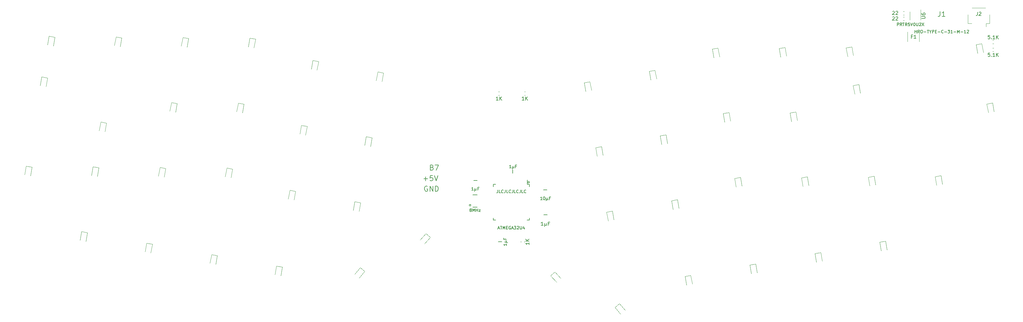
<source format=gbr>
G04 #@! TF.GenerationSoftware,KiCad,Pcbnew,(6.0.0-rc1-dev-1469-g932b9a334)*
G04 #@! TF.CreationDate,2019-09-07T17:34:56-07:00
G04 #@! TF.ProjectId,Laptreus-v2,4c617074-7265-4757-932d-76322e6b6963,rev?*
G04 #@! TF.SameCoordinates,Original*
G04 #@! TF.FileFunction,Legend,Top*
G04 #@! TF.FilePolarity,Positive*
%FSLAX46Y46*%
G04 Gerber Fmt 4.6, Leading zero omitted, Abs format (unit mm)*
G04 Created by KiCad (PCBNEW (6.0.0-rc1-dev-1469-g932b9a334)) date Saturday, September 07, 2019 at 05:34:56 PM*
%MOMM*%
%LPD*%
G04 APERTURE LIST*
%ADD10C,0.150000*%
%ADD11C,0.200000*%
%ADD12C,0.120000*%
%ADD13C,0.203200*%
G04 APERTURE END LIST*
D10*
X238247777Y-122495103D02*
G75*
G03X238247777Y-122495103I-223607J0D01*
G01*
X229073469Y-124729305D02*
X229073469Y-125336448D01*
X229032993Y-125457877D01*
X228952040Y-125538829D01*
X228830612Y-125579305D01*
X228749660Y-125579305D01*
X229882993Y-125579305D02*
X229478231Y-125579305D01*
X229478231Y-124729305D01*
X230652040Y-125498353D02*
X230611564Y-125538829D01*
X230490136Y-125579305D01*
X230409183Y-125579305D01*
X230287755Y-125538829D01*
X230206802Y-125457877D01*
X230166326Y-125376924D01*
X230125850Y-125215020D01*
X230125850Y-125093591D01*
X230166326Y-124931686D01*
X230206802Y-124850734D01*
X230287755Y-124769782D01*
X230409183Y-124729305D01*
X230490136Y-124729305D01*
X230611564Y-124769782D01*
X230652040Y-124810258D01*
X231259183Y-124729305D02*
X231259183Y-125336448D01*
X231218707Y-125457877D01*
X231137755Y-125538829D01*
X231016326Y-125579305D01*
X230935374Y-125579305D01*
X232068707Y-125579305D02*
X231663945Y-125579305D01*
X231663945Y-124729305D01*
X232837755Y-125498353D02*
X232797279Y-125538829D01*
X232675850Y-125579305D01*
X232594898Y-125579305D01*
X232473469Y-125538829D01*
X232392517Y-125457877D01*
X232352040Y-125376924D01*
X232311564Y-125215020D01*
X232311564Y-125093591D01*
X232352040Y-124931686D01*
X232392517Y-124850734D01*
X232473469Y-124769782D01*
X232594898Y-124729305D01*
X232675850Y-124729305D01*
X232797279Y-124769782D01*
X232837755Y-124810258D01*
X233444898Y-124729305D02*
X233444898Y-125336448D01*
X233404421Y-125457877D01*
X233323469Y-125538829D01*
X233202040Y-125579305D01*
X233121088Y-125579305D01*
X234254421Y-125579305D02*
X233849660Y-125579305D01*
X233849660Y-124729305D01*
X235023469Y-125498353D02*
X234982993Y-125538829D01*
X234861564Y-125579305D01*
X234780612Y-125579305D01*
X234659183Y-125538829D01*
X234578231Y-125457877D01*
X234537755Y-125376924D01*
X234497279Y-125215020D01*
X234497279Y-125093591D01*
X234537755Y-124931686D01*
X234578231Y-124850734D01*
X234659183Y-124769782D01*
X234780612Y-124729305D01*
X234861564Y-124729305D01*
X234982993Y-124769782D01*
X235023469Y-124810258D01*
X235630612Y-124729305D02*
X235630612Y-125336448D01*
X235590136Y-125457877D01*
X235509183Y-125538829D01*
X235387755Y-125579305D01*
X235306802Y-125579305D01*
X236440136Y-125579305D02*
X236035374Y-125579305D01*
X236035374Y-124729305D01*
X237209183Y-125498353D02*
X237168707Y-125538829D01*
X237047279Y-125579305D01*
X236966326Y-125579305D01*
X236844898Y-125538829D01*
X236763945Y-125457877D01*
X236723469Y-125376924D01*
X236682993Y-125215020D01*
X236682993Y-125093591D01*
X236723469Y-124931686D01*
X236763945Y-124850734D01*
X236844898Y-124769782D01*
X236966326Y-124729305D01*
X237047279Y-124729305D01*
X237168707Y-124769782D01*
X237209183Y-124810258D01*
D11*
X207696088Y-121501923D02*
X208838945Y-121501923D01*
X208267517Y-122073352D02*
X208267517Y-120930495D01*
X210267517Y-120573352D02*
X209553231Y-120573352D01*
X209481802Y-121287638D01*
X209553231Y-121216209D01*
X209696088Y-121144781D01*
X210053231Y-121144781D01*
X210196088Y-121216209D01*
X210267517Y-121287638D01*
X210338945Y-121430495D01*
X210338945Y-121787638D01*
X210267517Y-121930495D01*
X210196088Y-122001923D01*
X210053231Y-122073352D01*
X209696088Y-122073352D01*
X209553231Y-122001923D01*
X209481802Y-121930495D01*
X210767517Y-120573352D02*
X211267517Y-122073352D01*
X211767517Y-120573352D01*
X210067502Y-118212909D02*
X210281787Y-118284337D01*
X210353216Y-118355766D01*
X210424645Y-118498623D01*
X210424645Y-118712909D01*
X210353216Y-118855766D01*
X210281787Y-118927194D01*
X210138930Y-118998623D01*
X209567502Y-118998623D01*
X209567502Y-117498623D01*
X210067502Y-117498623D01*
X210210359Y-117570052D01*
X210281787Y-117641480D01*
X210353216Y-117784337D01*
X210353216Y-117927194D01*
X210281787Y-118070052D01*
X210210359Y-118141480D01*
X210067502Y-118212909D01*
X209567502Y-118212909D01*
X210924645Y-117498623D02*
X211924645Y-117498623D01*
X211281787Y-118998623D01*
X208756787Y-123670053D02*
X208613930Y-123598624D01*
X208399645Y-123598624D01*
X208185359Y-123670053D01*
X208042502Y-123812910D01*
X207971073Y-123955767D01*
X207899645Y-124241481D01*
X207899645Y-124455767D01*
X207971073Y-124741481D01*
X208042502Y-124884338D01*
X208185359Y-125027195D01*
X208399645Y-125098624D01*
X208542502Y-125098624D01*
X208756787Y-125027195D01*
X208828216Y-124955767D01*
X208828216Y-124455767D01*
X208542502Y-124455767D01*
X209471073Y-125098624D02*
X209471073Y-123598624D01*
X210328216Y-125098624D01*
X210328216Y-123598624D01*
X211042502Y-125098624D02*
X211042502Y-123598624D01*
X211399645Y-123598624D01*
X211613930Y-123670053D01*
X211756787Y-123812910D01*
X211828216Y-123955767D01*
X211899645Y-124241481D01*
X211899645Y-124455767D01*
X211828216Y-124741481D01*
X211756787Y-124884338D01*
X211613930Y-125027195D01*
X211399645Y-125098624D01*
X211042502Y-125098624D01*
D10*
X221305149Y-129144782D02*
G75*
G03X221305149Y-129144782I-230489J0D01*
G01*
D12*
G04 #@! TO.C,R13*
X229261391Y-97405103D02*
X229586949Y-97405103D01*
X229261391Y-96385103D02*
X229586949Y-96385103D01*
G04 #@! TO.C,R12*
X372336949Y-83710103D02*
X372011391Y-83710103D01*
X372336949Y-84730103D02*
X372011391Y-84730103D01*
G04 #@! TO.C,R11*
X372011391Y-82480103D02*
X372336949Y-82480103D01*
X372011391Y-81460103D02*
X372336949Y-81460103D01*
G04 #@! TO.C,R10*
X236759170Y-139882882D02*
X236759170Y-139557324D01*
X235739170Y-139882882D02*
X235739170Y-139557324D01*
G04 #@! TO.C,R9*
X346461949Y-74735103D02*
X346136391Y-74735103D01*
X346461949Y-75755103D02*
X346136391Y-75755103D01*
G04 #@! TO.C,R8*
X346136391Y-74155103D02*
X346461949Y-74155103D01*
X346136391Y-73135103D02*
X346461949Y-73135103D01*
G04 #@! TO.C,R1*
X236736881Y-97404781D02*
X237062439Y-97404781D01*
X236736881Y-96384781D02*
X237062439Y-96384781D01*
G04 #@! TO.C,D1*
X368884178Y-82457334D02*
X369326981Y-84968594D01*
X367210005Y-82752536D02*
X367652808Y-85263796D01*
X368884178Y-82457334D02*
X367210005Y-82752536D01*
G04 #@! TO.C,D48*
X110547220Y-137065170D02*
X110104417Y-139576430D01*
X108873047Y-136769968D02*
X108430244Y-139281228D01*
X110547220Y-137065170D02*
X108873047Y-136769968D01*
G04 #@! TO.C,D47*
X129297219Y-140390170D02*
X128854416Y-142901430D01*
X127623046Y-140094968D02*
X127180243Y-142606228D01*
X129297219Y-140390170D02*
X127623046Y-140094968D01*
G04 #@! TO.C,D46*
X148072220Y-143690170D02*
X147629417Y-146201430D01*
X146398047Y-143394968D02*
X145955244Y-145906228D01*
X148072220Y-143690170D02*
X146398047Y-143394968D01*
G04 #@! TO.C,D45*
X166822219Y-146990170D02*
X166379416Y-149501430D01*
X165148046Y-146694968D02*
X164705243Y-149206228D01*
X166822219Y-146990170D02*
X165148046Y-146694968D01*
G04 #@! TO.C,D44*
X190664489Y-148217406D02*
X189025381Y-150170819D01*
X189362214Y-147124667D02*
X187723105Y-149078080D01*
X190664489Y-148217406D02*
X189362214Y-147124667D01*
G04 #@! TO.C,D43*
X209589730Y-138438117D02*
X207866975Y-140318174D01*
X208336359Y-137289613D02*
X206613604Y-139169671D01*
X209589730Y-138438117D02*
X208336359Y-137289613D01*
G04 #@! TO.C,D42*
X245587470Y-148389935D02*
X247310225Y-150269993D01*
X244334099Y-149538439D02*
X246056854Y-151418496D01*
X245587470Y-148389935D02*
X244334099Y-149538439D01*
G04 #@! TO.C,D41*
X264236126Y-157574667D02*
X265875235Y-159528080D01*
X262933851Y-158667406D02*
X264572959Y-160620819D01*
X264236126Y-157574667D02*
X262933851Y-158667406D01*
G04 #@! TO.C,D40*
X284801275Y-149419968D02*
X285244078Y-151931228D01*
X283127102Y-149715170D02*
X283569905Y-152226430D01*
X284801275Y-149419968D02*
X283127102Y-149715170D01*
G04 #@! TO.C,D39*
X303551274Y-146119968D02*
X303994077Y-148631228D01*
X301877101Y-146415170D02*
X302319904Y-148926430D01*
X303551274Y-146119968D02*
X301877101Y-146415170D01*
G04 #@! TO.C,D38*
X322333167Y-142816238D02*
X322775970Y-145327498D01*
X320658994Y-143111440D02*
X321101797Y-145622700D01*
X322333167Y-142816238D02*
X320658994Y-143111440D01*
G04 #@! TO.C,D37*
X341076274Y-139519968D02*
X341519077Y-142031228D01*
X339402101Y-139815170D02*
X339844904Y-142326430D01*
X341076274Y-139519968D02*
X339402101Y-139815170D01*
G04 #@! TO.C,D36*
X94515666Y-118134608D02*
X94072863Y-120645868D01*
X92841493Y-117839406D02*
X92398690Y-120350666D01*
X94515666Y-118134608D02*
X92841493Y-117839406D01*
G04 #@! TO.C,D35*
X113847218Y-118315170D02*
X113404415Y-120826430D01*
X112173045Y-118019968D02*
X111730242Y-120531228D01*
X113847218Y-118315170D02*
X112173045Y-118019968D01*
G04 #@! TO.C,D34*
X133172219Y-118490170D02*
X132729416Y-121001430D01*
X131498046Y-118194968D02*
X131055243Y-120706228D01*
X133172219Y-118490170D02*
X131498046Y-118194968D01*
G04 #@! TO.C,D33*
X152472219Y-118665170D02*
X152029416Y-121176430D01*
X150798046Y-118369968D02*
X150355243Y-120881228D01*
X152472219Y-118665170D02*
X150798046Y-118369968D01*
G04 #@! TO.C,D32*
X170672218Y-125115171D02*
X170229415Y-127626431D01*
X168998045Y-124819969D02*
X168555242Y-127331229D01*
X170672218Y-125115171D02*
X168998045Y-124819969D01*
G04 #@! TO.C,D31*
X189447220Y-128415170D02*
X189004417Y-130926430D01*
X187773047Y-128119968D02*
X187330244Y-130631228D01*
X189447220Y-128415170D02*
X187773047Y-128119968D01*
G04 #@! TO.C,D30*
X262176274Y-130844969D02*
X262619077Y-133356229D01*
X260502101Y-131140171D02*
X260944904Y-133651431D01*
X262176274Y-130844969D02*
X260502101Y-131140171D01*
G04 #@! TO.C,D29*
X280926274Y-127544969D02*
X281369077Y-130056229D01*
X279252101Y-127840171D02*
X279694904Y-130351431D01*
X280926274Y-127544969D02*
X279252101Y-127840171D01*
G04 #@! TO.C,D28*
X299151274Y-121094968D02*
X299594077Y-123606228D01*
X297477101Y-121390170D02*
X297919904Y-123901430D01*
X299151274Y-121094968D02*
X297477101Y-121390170D01*
G04 #@! TO.C,D27*
X318451274Y-120919968D02*
X318894077Y-123431228D01*
X316777101Y-121215170D02*
X317219904Y-123726430D01*
X318451274Y-120919968D02*
X316777101Y-121215170D01*
G04 #@! TO.C,D26*
X337776274Y-120744969D02*
X338219077Y-123256229D01*
X336102101Y-121040171D02*
X336544904Y-123551431D01*
X337776274Y-120744969D02*
X336102101Y-121040171D01*
G04 #@! TO.C,D25*
X357076274Y-120569968D02*
X357519077Y-123081228D01*
X355402101Y-120865170D02*
X355844904Y-123376430D01*
X357076274Y-120569968D02*
X355402101Y-120865170D01*
G04 #@! TO.C,D24*
X99027252Y-92339568D02*
X98584449Y-94850828D01*
X97353079Y-92044366D02*
X96910276Y-94555626D01*
X99027252Y-92339568D02*
X97353079Y-92044366D01*
G04 #@! TO.C,D23*
X116073064Y-105372541D02*
X115630261Y-107883801D01*
X114398891Y-105077339D02*
X113956088Y-107588599D01*
X116073064Y-105372541D02*
X114398891Y-105077339D01*
G04 #@! TO.C,D22*
X136472219Y-99740170D02*
X136029416Y-102251430D01*
X134798046Y-99444968D02*
X134355243Y-101956228D01*
X136472219Y-99740170D02*
X134798046Y-99444968D01*
G04 #@! TO.C,D21*
X155772219Y-99915171D02*
X155329416Y-102426431D01*
X154098046Y-99619969D02*
X153655243Y-102131229D01*
X155772219Y-99915171D02*
X154098046Y-99619969D01*
G04 #@! TO.C,D20*
X173997219Y-106340170D02*
X173554416Y-108851430D01*
X172323046Y-106044968D02*
X171880243Y-108556228D01*
X173997219Y-106340170D02*
X172323046Y-106044968D01*
G04 #@! TO.C,D19*
X192747220Y-109640170D02*
X192304417Y-112151430D01*
X191073047Y-109344968D02*
X190630244Y-111856228D01*
X192747220Y-109640170D02*
X191073047Y-109344968D01*
G04 #@! TO.C,D18*
X259000784Y-112195290D02*
X259443587Y-114706550D01*
X257326611Y-112490492D02*
X257769414Y-115001752D01*
X259000784Y-112195290D02*
X257326611Y-112490492D01*
G04 #@! TO.C,D17*
X277626274Y-108794969D02*
X278069077Y-111306229D01*
X275952101Y-109090171D02*
X276394904Y-111601431D01*
X277626274Y-108794969D02*
X275952101Y-109090171D01*
G04 #@! TO.C,D16*
X295851274Y-102344969D02*
X296294077Y-104856229D01*
X294177101Y-102640171D02*
X294619904Y-105151431D01*
X295851274Y-102344969D02*
X294177101Y-102640171D01*
G04 #@! TO.C,D15*
X315151275Y-102166237D02*
X315594078Y-104677497D01*
X313477102Y-102461439D02*
X313919905Y-104972699D01*
X315151275Y-102166237D02*
X313477102Y-102461439D01*
G04 #@! TO.C,D14*
X333392673Y-94249519D02*
X333835476Y-96760779D01*
X331718500Y-94544721D02*
X332161303Y-97055981D01*
X333392673Y-94249519D02*
X331718500Y-94544721D01*
G04 #@! TO.C,D13*
X371994381Y-99573699D02*
X372437184Y-102084959D01*
X370320208Y-99868901D02*
X370763011Y-102380161D01*
X371994381Y-99573699D02*
X370320208Y-99868901D01*
G04 #@! TO.C,D12*
X101146729Y-80590492D02*
X100703926Y-83101752D01*
X99472556Y-80295290D02*
X99029753Y-82806550D01*
X101146729Y-80590492D02*
X99472556Y-80295290D01*
G04 #@! TO.C,D11*
X120472219Y-80790171D02*
X120029416Y-83301431D01*
X118798046Y-80494969D02*
X118355243Y-83006229D01*
X120472219Y-80790171D02*
X118798046Y-80494969D01*
G04 #@! TO.C,D10*
X139772219Y-80965170D02*
X139329416Y-83476430D01*
X138098046Y-80669968D02*
X137655243Y-83181228D01*
X139772219Y-80965170D02*
X138098046Y-80669968D01*
G04 #@! TO.C,D9*
X159097220Y-81140170D02*
X158654417Y-83651430D01*
X157423047Y-80844968D02*
X156980244Y-83356228D01*
X159097220Y-81140170D02*
X157423047Y-80844968D01*
G04 #@! TO.C,D8*
X177297220Y-87590170D02*
X176854417Y-90101430D01*
X175623047Y-87294968D02*
X175180244Y-89806228D01*
X177297220Y-87590170D02*
X175623047Y-87294968D01*
G04 #@! TO.C,D7*
X196072219Y-90890170D02*
X195629416Y-93401430D01*
X194398046Y-90594968D02*
X193955243Y-93106228D01*
X196072219Y-90890170D02*
X194398046Y-90594968D01*
G04 #@! TO.C,D6*
X255675784Y-93445290D02*
X256118587Y-95956550D01*
X254001611Y-93740492D02*
X254444414Y-96251752D01*
X255675784Y-93445290D02*
X254001611Y-93740492D01*
G04 #@! TO.C,D5*
X274475784Y-90145290D02*
X274918587Y-92656550D01*
X272801611Y-90440492D02*
X273244414Y-92951752D01*
X274475784Y-90145290D02*
X272801611Y-90440492D01*
G04 #@! TO.C,D4*
X292675784Y-83720290D02*
X293118587Y-86231550D01*
X291001611Y-84015492D02*
X291444414Y-86526752D01*
X292675784Y-83720290D02*
X291001611Y-84015492D01*
G04 #@! TO.C,D3*
X312000784Y-83545290D02*
X312443587Y-86056550D01*
X310326611Y-83840492D02*
X310769414Y-86351752D01*
X312000784Y-83545290D02*
X310326611Y-83840492D01*
G04 #@! TO.C,D2*
X331350784Y-83370290D02*
X331793587Y-85881550D01*
X329676611Y-83665492D02*
X330119414Y-86176752D01*
X331350784Y-83370290D02*
X329676611Y-83665492D01*
G04 #@! TO.C,U6*
X348149170Y-73195103D02*
X348149170Y-75595103D01*
X351249170Y-75595103D02*
X351249170Y-72645103D01*
G04 #@! TO.C,J2*
X369964170Y-72110103D02*
X366084170Y-72110103D01*
X364914170Y-76580103D02*
X365964170Y-76580103D01*
X364914170Y-74080103D02*
X364914170Y-76580103D01*
X370084170Y-76580103D02*
X370084170Y-77570103D01*
X371134170Y-76580103D02*
X370084170Y-76580103D01*
X371134170Y-74080103D02*
X371134170Y-76580103D01*
G04 #@! TO.C,F1*
X347414170Y-79083851D02*
X347414170Y-81856355D01*
X350834170Y-79083851D02*
X350834170Y-81856355D01*
D10*
G04 #@! TO.C,IC1*
X237599646Y-123123532D02*
X237599646Y-121848532D01*
X238174646Y-133473532D02*
X238174646Y-132798532D01*
X227824646Y-133473532D02*
X227824646Y-132798532D01*
X227824646Y-123123532D02*
X227824646Y-123798532D01*
X238174646Y-123123532D02*
X238174646Y-123798532D01*
X227824646Y-123123532D02*
X228499646Y-123123532D01*
X227824646Y-133473532D02*
X228499646Y-133473532D01*
X238174646Y-133473532D02*
X237499646Y-133473532D01*
X238174646Y-123123532D02*
X237599646Y-123123532D01*
D13*
G04 #@! TO.C,C5*
X223107661Y-121994781D02*
X222091661Y-121994781D01*
G04 #@! TO.C,C2*
X230282660Y-139719781D02*
X229266660Y-139719781D01*
D10*
G04 #@! TO.C,C3*
X243332660Y-124719781D02*
X242316660Y-124719781D01*
G04 #@! TO.C,C4*
X242341660Y-131894781D02*
X243357660Y-131894781D01*
G04 #@! TO.C,C7*
X233399645Y-118887052D02*
X233399645Y-119903052D01*
G04 #@! TO.C,Y1*
X223149645Y-129720052D02*
X221849645Y-129720052D01*
X221849645Y-126120052D02*
X223149645Y-126120052D01*
G04 #@! TO.C,R13*
X229209884Y-98777483D02*
X228638455Y-98777483D01*
X228924170Y-98777483D02*
X228924170Y-97777483D01*
X228828931Y-97920341D01*
X228733693Y-98015579D01*
X228638455Y-98063198D01*
X229638455Y-98777483D02*
X229638455Y-97777483D01*
X230209884Y-98777483D02*
X229781312Y-98206055D01*
X230209884Y-97777483D02*
X229638455Y-98348912D01*
G04 #@! TO.C,R12*
X371197979Y-85172483D02*
X370721789Y-85172483D01*
X370674170Y-85648674D01*
X370721789Y-85601055D01*
X370817027Y-85553436D01*
X371055122Y-85553436D01*
X371150360Y-85601055D01*
X371197979Y-85648674D01*
X371245598Y-85743912D01*
X371245598Y-85982007D01*
X371197979Y-86077245D01*
X371150360Y-86124864D01*
X371055122Y-86172483D01*
X370817027Y-86172483D01*
X370721789Y-86124864D01*
X370674170Y-86077245D01*
X371674170Y-86077245D02*
X371721789Y-86124864D01*
X371674170Y-86172483D01*
X371626550Y-86124864D01*
X371674170Y-86077245D01*
X371674170Y-86172483D01*
X372674170Y-86172483D02*
X372102741Y-86172483D01*
X372388455Y-86172483D02*
X372388455Y-85172483D01*
X372293217Y-85315341D01*
X372197979Y-85410579D01*
X372102741Y-85458198D01*
X373102741Y-86172483D02*
X373102741Y-85172483D01*
X373674170Y-86172483D02*
X373245598Y-85601055D01*
X373674170Y-85172483D02*
X373102741Y-85743912D01*
G04 #@! TO.C,R11*
X371197979Y-80072483D02*
X370721789Y-80072483D01*
X370674170Y-80548674D01*
X370721789Y-80501055D01*
X370817027Y-80453436D01*
X371055122Y-80453436D01*
X371150360Y-80501055D01*
X371197979Y-80548674D01*
X371245598Y-80643912D01*
X371245598Y-80882007D01*
X371197979Y-80977245D01*
X371150360Y-81024864D01*
X371055122Y-81072483D01*
X370817027Y-81072483D01*
X370721789Y-81024864D01*
X370674170Y-80977245D01*
X371674170Y-80977245D02*
X371721789Y-81024864D01*
X371674170Y-81072483D01*
X371626550Y-81024864D01*
X371674170Y-80977245D01*
X371674170Y-81072483D01*
X372674170Y-81072483D02*
X372102741Y-81072483D01*
X372388455Y-81072483D02*
X372388455Y-80072483D01*
X372293217Y-80215341D01*
X372197979Y-80310579D01*
X372102741Y-80358198D01*
X373102741Y-81072483D02*
X373102741Y-80072483D01*
X373674170Y-81072483D02*
X373245598Y-80501055D01*
X373674170Y-80072483D02*
X373102741Y-80643912D01*
G04 #@! TO.C,R10*
X238131550Y-139934388D02*
X238131550Y-140505817D01*
X238131550Y-140220103D02*
X237131550Y-140220103D01*
X237274408Y-140315341D01*
X237369646Y-140410579D01*
X237417265Y-140505817D01*
X238131550Y-139505817D02*
X237131550Y-139505817D01*
X238131550Y-138934388D02*
X237560122Y-139362960D01*
X237131550Y-138934388D02*
X237702979Y-139505817D01*
G04 #@! TO.C,R9*
X343112265Y-74792722D02*
X343159884Y-74745103D01*
X343255122Y-74697483D01*
X343493217Y-74697483D01*
X343588455Y-74745103D01*
X343636074Y-74792722D01*
X343683693Y-74887960D01*
X343683693Y-74983198D01*
X343636074Y-75126055D01*
X343064646Y-75697483D01*
X343683693Y-75697483D01*
X344064646Y-74792722D02*
X344112265Y-74745103D01*
X344207503Y-74697483D01*
X344445598Y-74697483D01*
X344540836Y-74745103D01*
X344588455Y-74792722D01*
X344636074Y-74887960D01*
X344636074Y-74983198D01*
X344588455Y-75126055D01*
X344017027Y-75697483D01*
X344636074Y-75697483D01*
G04 #@! TO.C,R8*
X343112265Y-73192722D02*
X343159884Y-73145103D01*
X343255122Y-73097483D01*
X343493217Y-73097483D01*
X343588455Y-73145103D01*
X343636074Y-73192722D01*
X343683693Y-73287960D01*
X343683693Y-73383198D01*
X343636074Y-73526055D01*
X343064646Y-74097483D01*
X343683693Y-74097483D01*
X344064646Y-73192722D02*
X344112265Y-73145103D01*
X344207503Y-73097483D01*
X344445598Y-73097483D01*
X344540836Y-73145103D01*
X344588455Y-73192722D01*
X344636074Y-73287960D01*
X344636074Y-73383198D01*
X344588455Y-73526055D01*
X344017027Y-74097483D01*
X344636074Y-74097483D01*
G04 #@! TO.C,R1*
X236685374Y-98777161D02*
X236113945Y-98777161D01*
X236399660Y-98777161D02*
X236399660Y-97777161D01*
X236304421Y-97920019D01*
X236209183Y-98015257D01*
X236113945Y-98062876D01*
X237113945Y-98777161D02*
X237113945Y-97777161D01*
X237685374Y-98777161D02*
X237256802Y-98205733D01*
X237685374Y-97777161D02*
X237113945Y-98348590D01*
G04 #@! TO.C,U6*
X351531550Y-75177007D02*
X352341074Y-75177007D01*
X352436312Y-75129388D01*
X352483931Y-75081769D01*
X352531550Y-74986531D01*
X352531550Y-74796055D01*
X352483931Y-74700817D01*
X352436312Y-74653198D01*
X352341074Y-74605579D01*
X351531550Y-74605579D01*
X351531550Y-73700817D02*
X351531550Y-73891293D01*
X351579170Y-73986531D01*
X351626789Y-74034150D01*
X351769646Y-74129388D01*
X351960122Y-74177007D01*
X352341074Y-74177007D01*
X352436312Y-74129388D01*
X352483931Y-74081769D01*
X352531550Y-73986531D01*
X352531550Y-73796055D01*
X352483931Y-73700817D01*
X352436312Y-73653198D01*
X352341074Y-73605579D01*
X352102979Y-73605579D01*
X352007741Y-73653198D01*
X351960122Y-73700817D01*
X351912503Y-73796055D01*
X351912503Y-73986531D01*
X351960122Y-74081769D01*
X352007741Y-74129388D01*
X352102979Y-74177007D01*
X344449170Y-77304626D02*
X344449170Y-76454626D01*
X344772979Y-76454626D01*
X344853931Y-76495103D01*
X344894408Y-76535579D01*
X344934884Y-76616531D01*
X344934884Y-76737960D01*
X344894408Y-76818912D01*
X344853931Y-76859388D01*
X344772979Y-76899864D01*
X344449170Y-76899864D01*
X345784884Y-77304626D02*
X345501550Y-76899864D01*
X345299170Y-77304626D02*
X345299170Y-76454626D01*
X345622979Y-76454626D01*
X345703931Y-76495103D01*
X345744408Y-76535579D01*
X345784884Y-76616531D01*
X345784884Y-76737960D01*
X345744408Y-76818912D01*
X345703931Y-76859388D01*
X345622979Y-76899864D01*
X345299170Y-76899864D01*
X346027741Y-76454626D02*
X346513455Y-76454626D01*
X346270598Y-77304626D02*
X346270598Y-76454626D01*
X347282503Y-77304626D02*
X346999170Y-76899864D01*
X346796789Y-77304626D02*
X346796789Y-76454626D01*
X347120598Y-76454626D01*
X347201550Y-76495103D01*
X347242027Y-76535579D01*
X347282503Y-76616531D01*
X347282503Y-76737960D01*
X347242027Y-76818912D01*
X347201550Y-76859388D01*
X347120598Y-76899864D01*
X346796789Y-76899864D01*
X348051550Y-76454626D02*
X347646789Y-76454626D01*
X347606312Y-76859388D01*
X347646789Y-76818912D01*
X347727741Y-76778436D01*
X347930122Y-76778436D01*
X348011074Y-76818912D01*
X348051550Y-76859388D01*
X348092027Y-76940341D01*
X348092027Y-77142722D01*
X348051550Y-77223674D01*
X348011074Y-77264150D01*
X347930122Y-77304626D01*
X347727741Y-77304626D01*
X347646789Y-77264150D01*
X347606312Y-77223674D01*
X348334884Y-76454626D02*
X348618217Y-77304626D01*
X348901550Y-76454626D01*
X349346789Y-76454626D02*
X349427741Y-76454626D01*
X349508693Y-76495103D01*
X349549170Y-76535579D01*
X349589646Y-76616531D01*
X349630122Y-76778436D01*
X349630122Y-76980817D01*
X349589646Y-77142722D01*
X349549170Y-77223674D01*
X349508693Y-77264150D01*
X349427741Y-77304626D01*
X349346789Y-77304626D01*
X349265836Y-77264150D01*
X349225360Y-77223674D01*
X349184884Y-77142722D01*
X349144408Y-76980817D01*
X349144408Y-76778436D01*
X349184884Y-76616531D01*
X349225360Y-76535579D01*
X349265836Y-76495103D01*
X349346789Y-76454626D01*
X349994408Y-76454626D02*
X349994408Y-77142722D01*
X350034884Y-77223674D01*
X350075360Y-77264150D01*
X350156312Y-77304626D01*
X350318217Y-77304626D01*
X350399170Y-77264150D01*
X350439646Y-77223674D01*
X350480122Y-77142722D01*
X350480122Y-76454626D01*
X350844408Y-76535579D02*
X350884884Y-76495103D01*
X350965836Y-76454626D01*
X351168217Y-76454626D01*
X351249170Y-76495103D01*
X351289646Y-76535579D01*
X351330122Y-76616531D01*
X351330122Y-76697483D01*
X351289646Y-76818912D01*
X350803931Y-77304626D01*
X351330122Y-77304626D01*
X351613455Y-76454626D02*
X352180122Y-77304626D01*
X352180122Y-76454626D02*
X351613455Y-77304626D01*
G04 #@! TO.C,J2*
X367665836Y-73347483D02*
X367665836Y-74061769D01*
X367618217Y-74204626D01*
X367522979Y-74299864D01*
X367380122Y-74347483D01*
X367284884Y-74347483D01*
X368094408Y-73442722D02*
X368142027Y-73395103D01*
X368237265Y-73347483D01*
X368475360Y-73347483D01*
X368570598Y-73395103D01*
X368618217Y-73442722D01*
X368665836Y-73537960D01*
X368665836Y-73633198D01*
X368618217Y-73776055D01*
X368046789Y-74347483D01*
X368665836Y-74347483D01*
G04 #@! TO.C,F1*
X348840836Y-80423674D02*
X348507503Y-80423674D01*
X348507503Y-80947483D02*
X348507503Y-79947483D01*
X348983693Y-79947483D01*
X349888455Y-80947483D02*
X349317027Y-80947483D01*
X349602741Y-80947483D02*
X349602741Y-79947483D01*
X349507503Y-80090341D01*
X349412265Y-80185579D01*
X349317027Y-80233198D01*
G04 #@! TO.C,IC1*
X229154406Y-135836719D02*
X229559168Y-135836719D01*
X229073454Y-136079576D02*
X229356787Y-135229576D01*
X229640121Y-136079576D01*
X229802025Y-135229576D02*
X230287740Y-135229576D01*
X230044883Y-136079576D02*
X230044883Y-135229576D01*
X230571073Y-136079576D02*
X230571073Y-135229576D01*
X230854406Y-135836719D01*
X231137740Y-135229576D01*
X231137740Y-136079576D01*
X231542502Y-135634338D02*
X231825835Y-135634338D01*
X231947264Y-136079576D02*
X231542502Y-136079576D01*
X231542502Y-135229576D01*
X231947264Y-135229576D01*
X232756787Y-135270053D02*
X232675835Y-135229576D01*
X232554406Y-135229576D01*
X232432978Y-135270053D01*
X232352025Y-135351005D01*
X232311549Y-135431957D01*
X232271073Y-135593862D01*
X232271073Y-135715291D01*
X232311549Y-135877195D01*
X232352025Y-135958148D01*
X232432978Y-136039100D01*
X232554406Y-136079576D01*
X232635359Y-136079576D01*
X232756787Y-136039100D01*
X232797264Y-135998624D01*
X232797264Y-135715291D01*
X232635359Y-135715291D01*
X233121073Y-135836719D02*
X233525835Y-135836719D01*
X233040121Y-136079576D02*
X233323454Y-135229576D01*
X233606787Y-136079576D01*
X233809168Y-135229576D02*
X234335359Y-135229576D01*
X234052025Y-135553386D01*
X234173454Y-135553386D01*
X234254406Y-135593862D01*
X234294883Y-135634338D01*
X234335359Y-135715291D01*
X234335359Y-135917672D01*
X234294883Y-135998624D01*
X234254406Y-136039100D01*
X234173454Y-136079576D01*
X233930597Y-136079576D01*
X233849645Y-136039100D01*
X233809168Y-135998624D01*
X234659168Y-135310529D02*
X234699645Y-135270053D01*
X234780597Y-135229576D01*
X234982978Y-135229576D01*
X235063930Y-135270053D01*
X235104406Y-135310529D01*
X235144883Y-135391481D01*
X235144883Y-135472433D01*
X235104406Y-135593862D01*
X234618692Y-136079576D01*
X235144883Y-136079576D01*
X235509168Y-135229576D02*
X235509168Y-135917672D01*
X235549645Y-135998624D01*
X235590121Y-136039100D01*
X235671073Y-136079576D01*
X235832978Y-136079576D01*
X235913930Y-136039100D01*
X235954406Y-135998624D01*
X235994883Y-135917672D01*
X235994883Y-135229576D01*
X236763930Y-135512910D02*
X236763930Y-136079576D01*
X236561549Y-135189100D02*
X236359168Y-135796243D01*
X236885359Y-135796243D01*
G04 #@! TO.C,C5*
X222032503Y-124829626D02*
X221546789Y-124829626D01*
X221789646Y-124829626D02*
X221789646Y-123979626D01*
X221708693Y-124101055D01*
X221627741Y-124182007D01*
X221546789Y-124222483D01*
X222396789Y-124262960D02*
X222396789Y-125112960D01*
X222801550Y-124708198D02*
X222842027Y-124789150D01*
X222922979Y-124829626D01*
X222396789Y-124708198D02*
X222437265Y-124789150D01*
X222518217Y-124829626D01*
X222680122Y-124829626D01*
X222761074Y-124789150D01*
X222801550Y-124708198D01*
X222801550Y-124262960D01*
X223570598Y-124384388D02*
X223287265Y-124384388D01*
X223287265Y-124829626D02*
X223287265Y-123979626D01*
X223692027Y-123979626D01*
G04 #@! TO.C,J1*
D11*
X356799660Y-73123352D02*
X356799660Y-74194781D01*
X356728231Y-74409066D01*
X356585374Y-74551923D01*
X356371088Y-74623352D01*
X356228231Y-74623352D01*
X358299660Y-74623352D02*
X357442517Y-74623352D01*
X357871088Y-74623352D02*
X357871088Y-73123352D01*
X357728231Y-73337638D01*
X357585374Y-73480495D01*
X357442517Y-73551923D01*
D10*
X349528231Y-79379304D02*
X349528231Y-78529304D01*
X349528231Y-78934066D02*
X350013945Y-78934066D01*
X350013945Y-79379304D02*
X350013945Y-78529304D01*
X350904421Y-79379304D02*
X350621088Y-78974542D01*
X350418707Y-79379304D02*
X350418707Y-78529304D01*
X350742517Y-78529304D01*
X350823469Y-78569781D01*
X350863945Y-78610257D01*
X350904421Y-78691209D01*
X350904421Y-78812638D01*
X350863945Y-78893590D01*
X350823469Y-78934066D01*
X350742517Y-78974542D01*
X350418707Y-78974542D01*
X351430612Y-78529304D02*
X351592517Y-78529304D01*
X351673469Y-78569781D01*
X351754421Y-78650733D01*
X351794898Y-78812638D01*
X351794898Y-79095971D01*
X351754421Y-79257876D01*
X351673469Y-79338828D01*
X351592517Y-79379304D01*
X351430612Y-79379304D01*
X351349660Y-79338828D01*
X351268707Y-79257876D01*
X351228231Y-79095971D01*
X351228231Y-78812638D01*
X351268707Y-78650733D01*
X351349660Y-78569781D01*
X351430612Y-78529304D01*
X352159183Y-79055495D02*
X352806802Y-79055495D01*
X353090136Y-78529304D02*
X353575850Y-78529304D01*
X353332993Y-79379304D02*
X353332993Y-78529304D01*
X354021088Y-78974542D02*
X354021088Y-79379304D01*
X353737755Y-78529304D02*
X354021088Y-78974542D01*
X354304421Y-78529304D01*
X354587755Y-79379304D02*
X354587755Y-78529304D01*
X354911564Y-78529304D01*
X354992517Y-78569781D01*
X355032993Y-78610257D01*
X355073469Y-78691209D01*
X355073469Y-78812638D01*
X355032993Y-78893590D01*
X354992517Y-78934066D01*
X354911564Y-78974542D01*
X354587755Y-78974542D01*
X355437755Y-78934066D02*
X355721088Y-78934066D01*
X355842517Y-79379304D02*
X355437755Y-79379304D01*
X355437755Y-78529304D01*
X355842517Y-78529304D01*
X356206802Y-79055495D02*
X356854421Y-79055495D01*
X357744898Y-79298352D02*
X357704421Y-79338828D01*
X357582993Y-79379304D01*
X357502040Y-79379304D01*
X357380612Y-79338828D01*
X357299660Y-79257876D01*
X357259183Y-79176923D01*
X357218707Y-79015019D01*
X357218707Y-78893590D01*
X357259183Y-78731685D01*
X357299660Y-78650733D01*
X357380612Y-78569781D01*
X357502040Y-78529304D01*
X357582993Y-78529304D01*
X357704421Y-78569781D01*
X357744898Y-78610257D01*
X358109183Y-79055495D02*
X358756802Y-79055495D01*
X359080612Y-78529304D02*
X359606802Y-78529304D01*
X359323469Y-78853114D01*
X359444898Y-78853114D01*
X359525850Y-78893590D01*
X359566326Y-78934066D01*
X359606802Y-79015019D01*
X359606802Y-79217400D01*
X359566326Y-79298352D01*
X359525850Y-79338828D01*
X359444898Y-79379304D01*
X359202040Y-79379304D01*
X359121088Y-79338828D01*
X359080612Y-79298352D01*
X360416326Y-79379304D02*
X359930612Y-79379304D01*
X360173469Y-79379304D02*
X360173469Y-78529304D01*
X360092517Y-78650733D01*
X360011564Y-78731685D01*
X359930612Y-78772161D01*
X360780612Y-79055495D02*
X361428231Y-79055495D01*
X361832993Y-79379304D02*
X361832993Y-78529304D01*
X362116326Y-79136447D01*
X362399660Y-78529304D01*
X362399660Y-79379304D01*
X362804421Y-79055495D02*
X363452040Y-79055495D01*
X364302040Y-79379304D02*
X363816326Y-79379304D01*
X364059183Y-79379304D02*
X364059183Y-78529304D01*
X363978231Y-78650733D01*
X363897279Y-78731685D01*
X363816326Y-78772161D01*
X364625850Y-78610257D02*
X364666326Y-78569781D01*
X364747279Y-78529304D01*
X364949659Y-78529304D01*
X365030612Y-78569781D01*
X365071088Y-78610257D01*
X365111564Y-78691209D01*
X365111564Y-78772161D01*
X365071088Y-78893590D01*
X364585374Y-79379304D01*
X365111564Y-79379304D01*
G04 #@! TO.C,C2*
X231634183Y-140286447D02*
X231634183Y-140772161D01*
X231634183Y-140529304D02*
X230784183Y-140529304D01*
X230905612Y-140610257D01*
X230986564Y-140691209D01*
X231027040Y-140772161D01*
X231067517Y-139922161D02*
X231917517Y-139922161D01*
X231512755Y-139517400D02*
X231593707Y-139476923D01*
X231634183Y-139395971D01*
X231512755Y-139922161D02*
X231593707Y-139881685D01*
X231634183Y-139800733D01*
X231634183Y-139638828D01*
X231593707Y-139557876D01*
X231512755Y-139517400D01*
X231067517Y-139517400D01*
X231188945Y-138748352D02*
X231188945Y-139031685D01*
X231634183Y-139031685D02*
X230784183Y-139031685D01*
X230784183Y-138626923D01*
G04 #@! TO.C,C3*
X241903231Y-127554304D02*
X241417517Y-127554304D01*
X241660374Y-127554304D02*
X241660374Y-126704304D01*
X241579421Y-126825733D01*
X241498469Y-126906685D01*
X241417517Y-126947161D01*
X242429421Y-126704304D02*
X242510374Y-126704304D01*
X242591326Y-126744781D01*
X242631802Y-126785257D01*
X242672279Y-126866209D01*
X242712755Y-127028114D01*
X242712755Y-127230495D01*
X242672279Y-127392400D01*
X242631802Y-127473352D01*
X242591326Y-127513828D01*
X242510374Y-127554304D01*
X242429421Y-127554304D01*
X242348469Y-127513828D01*
X242307993Y-127473352D01*
X242267517Y-127392400D01*
X242227040Y-127230495D01*
X242227040Y-127028114D01*
X242267517Y-126866209D01*
X242307993Y-126785257D01*
X242348469Y-126744781D01*
X242429421Y-126704304D01*
X243077040Y-126987638D02*
X243077040Y-127837638D01*
X243481802Y-127432876D02*
X243522279Y-127513828D01*
X243603231Y-127554304D01*
X243077040Y-127432876D02*
X243117517Y-127513828D01*
X243198469Y-127554304D01*
X243360374Y-127554304D01*
X243441326Y-127513828D01*
X243481802Y-127432876D01*
X243481802Y-126987638D01*
X244250850Y-127109066D02*
X243967517Y-127109066D01*
X243967517Y-127554304D02*
X243967517Y-126704304D01*
X244372279Y-126704304D01*
G04 #@! TO.C,C4*
X242182993Y-134997161D02*
X241611564Y-134997161D01*
X241897279Y-134997161D02*
X241897279Y-133997161D01*
X241802040Y-134140019D01*
X241706802Y-134235257D01*
X241611564Y-134282876D01*
X242611564Y-134330495D02*
X242611564Y-135330495D01*
X243087755Y-134854304D02*
X243135374Y-134949542D01*
X243230612Y-134997161D01*
X242611564Y-134854304D02*
X242659183Y-134949542D01*
X242754421Y-134997161D01*
X242944898Y-134997161D01*
X243040136Y-134949542D01*
X243087755Y-134854304D01*
X243087755Y-134330495D01*
X243992517Y-134473352D02*
X243659183Y-134473352D01*
X243659183Y-134997161D02*
X243659183Y-133997161D01*
X244135374Y-133997161D01*
G04 #@! TO.C,C7*
X232932978Y-118404575D02*
X232447264Y-118404575D01*
X232690121Y-118404575D02*
X232690121Y-117554575D01*
X232609168Y-117676004D01*
X232528216Y-117756956D01*
X232447264Y-117797432D01*
X233297264Y-117837909D02*
X233297264Y-118687909D01*
X233702025Y-118283147D02*
X233742502Y-118364099D01*
X233823454Y-118404575D01*
X233297264Y-118283147D02*
X233337740Y-118364099D01*
X233418692Y-118404575D01*
X233580597Y-118404575D01*
X233661549Y-118364099D01*
X233702025Y-118283147D01*
X233702025Y-117837909D01*
X234471073Y-117959337D02*
X234187740Y-117959337D01*
X234187740Y-118404575D02*
X234187740Y-117554575D01*
X234592502Y-117554575D01*
G04 #@! TO.C,Y1*
X221168707Y-130518590D02*
X221087755Y-130478114D01*
X221047279Y-130437638D01*
X221006802Y-130356685D01*
X221006802Y-130316209D01*
X221047279Y-130235257D01*
X221087755Y-130194781D01*
X221168707Y-130154304D01*
X221330612Y-130154304D01*
X221411564Y-130194781D01*
X221452040Y-130235257D01*
X221492517Y-130316209D01*
X221492517Y-130356685D01*
X221452040Y-130437638D01*
X221411564Y-130478114D01*
X221330612Y-130518590D01*
X221168707Y-130518590D01*
X221087755Y-130559066D01*
X221047279Y-130599542D01*
X221006802Y-130680495D01*
X221006802Y-130842400D01*
X221047279Y-130923352D01*
X221087755Y-130963828D01*
X221168707Y-131004304D01*
X221330612Y-131004304D01*
X221411564Y-130963828D01*
X221452040Y-130923352D01*
X221492517Y-130842400D01*
X221492517Y-130680495D01*
X221452040Y-130599542D01*
X221411564Y-130559066D01*
X221330612Y-130518590D01*
X221856802Y-131004304D02*
X221856802Y-130154304D01*
X222140136Y-130761447D01*
X222423469Y-130154304D01*
X222423469Y-131004304D01*
X222828231Y-131004304D02*
X222828231Y-130154304D01*
X222828231Y-130559066D02*
X223313945Y-130559066D01*
X223313945Y-131004304D02*
X223313945Y-130154304D01*
X223637755Y-130437638D02*
X224082993Y-130437638D01*
X223637755Y-131004304D01*
X224082993Y-131004304D01*
G04 #@! TD*
M02*

</source>
